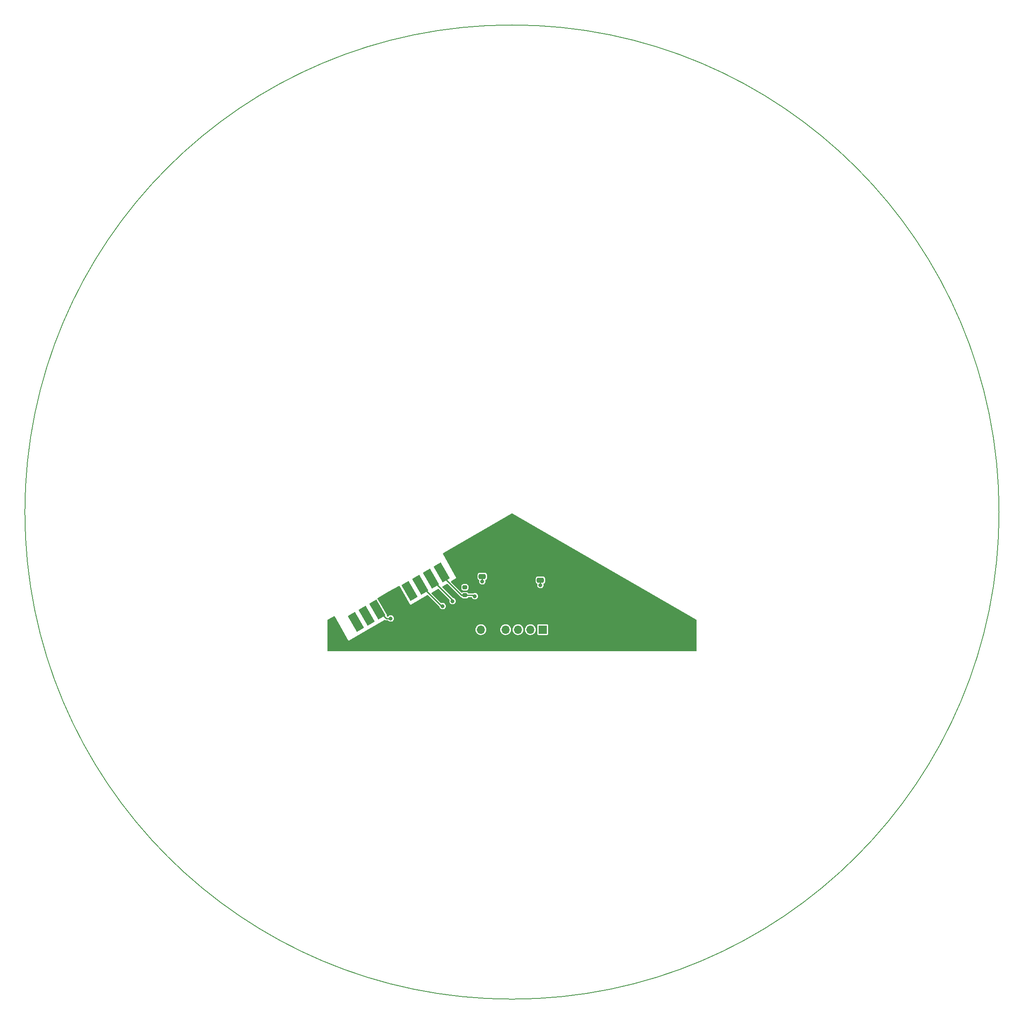
<source format=gbr>
%TF.GenerationSoftware,KiCad,Pcbnew,(6.0.2)*%
%TF.CreationDate,2022-06-07T19:59:30+02:00*%
%TF.ProjectId,cup_connect,6375705f-636f-46e6-9e65-63742e6b6963,rev?*%
%TF.SameCoordinates,Original*%
%TF.FileFunction,Copper,L1,Top*%
%TF.FilePolarity,Positive*%
%FSLAX46Y46*%
G04 Gerber Fmt 4.6, Leading zero omitted, Abs format (unit mm)*
G04 Created by KiCad (PCBNEW (6.0.2)) date 2022-06-07 19:59:30*
%MOMM*%
%LPD*%
G01*
G04 APERTURE LIST*
G04 Aperture macros list*
%AMRoundRect*
0 Rectangle with rounded corners*
0 $1 Rounding radius*
0 $2 $3 $4 $5 $6 $7 $8 $9 X,Y pos of 4 corners*
0 Add a 4 corners polygon primitive as box body*
4,1,4,$2,$3,$4,$5,$6,$7,$8,$9,$2,$3,0*
0 Add four circle primitives for the rounded corners*
1,1,$1+$1,$2,$3*
1,1,$1+$1,$4,$5*
1,1,$1+$1,$6,$7*
1,1,$1+$1,$8,$9*
0 Add four rect primitives between the rounded corners*
20,1,$1+$1,$2,$3,$4,$5,0*
20,1,$1+$1,$4,$5,$6,$7,0*
20,1,$1+$1,$6,$7,$8,$9,0*
20,1,$1+$1,$8,$9,$2,$3,0*%
%AMRotRect*
0 Rectangle, with rotation*
0 The origin of the aperture is its center*
0 $1 length*
0 $2 width*
0 $3 Rotation angle, in degrees counterclockwise*
0 Add horizontal line*
21,1,$1,$2,0,0,$3*%
G04 Aperture macros list end*
%TA.AperFunction,NonConductor*%
%ADD10C,0.200000*%
%TD*%
%TA.AperFunction,SMDPad,CuDef*%
%ADD11RoundRect,0.250000X0.475000X-0.250000X0.475000X0.250000X-0.475000X0.250000X-0.475000X-0.250000X0*%
%TD*%
%TA.AperFunction,ComponentPad*%
%ADD12R,1.700000X1.700000*%
%TD*%
%TA.AperFunction,ComponentPad*%
%ADD13O,1.700000X1.700000*%
%TD*%
%TA.AperFunction,SMDPad,CuDef*%
%ADD14RoundRect,0.200000X0.275000X-0.200000X0.275000X0.200000X-0.275000X0.200000X-0.275000X-0.200000X0*%
%TD*%
%TA.AperFunction,SMDPad,CuDef*%
%ADD15RotRect,3.750000X1.700000X120.000000*%
%TD*%
%TA.AperFunction,ViaPad*%
%ADD16C,0.800000*%
%TD*%
%TA.AperFunction,Conductor*%
%ADD17C,0.250000*%
%TD*%
G04 APERTURE END LIST*
D10*
X100000000Y0D02*
G75*
G03*
X100000000Y0I-100000000J0D01*
G01*
D11*
%TO.P,C2,1*%
%TO.N,+3V3*%
X-6096000Y-13208000D03*
%TO.P,C2,2*%
%TO.N,GND*%
X-6096000Y-11308000D03*
%TD*%
%TO.P,C1,1*%
%TO.N,+5V*%
X5842000Y-13970000D03*
%TO.P,C1,2*%
%TO.N,GND*%
X5842000Y-12070000D03*
%TD*%
D12*
%TO.P,J2,1,Pin_1*%
%TO.N,touch*%
X6325000Y-24130000D03*
D13*
%TO.P,J2,2,Pin_2*%
%TO.N,I2C_SDA*%
X3785000Y-24130000D03*
%TO.P,J2,3,Pin_3*%
%TO.N,I2C_SCL*%
X1245000Y-24130000D03*
%TO.P,J2,4,Pin_4*%
%TO.N,LED_IN*%
X-1295000Y-24130000D03*
%TO.P,J2,5,Pin_5*%
%TO.N,GND*%
X-3835000Y-24130000D03*
%TO.P,J2,6,Pin_6*%
%TO.N,+5V*%
X-6375000Y-24130000D03*
%TD*%
D14*
%TO.P,R1,1*%
%TO.N,touch*%
X-9652000Y-17081000D03*
%TO.P,R1,2*%
%TO.N,+3V3*%
X-9652000Y-15431000D03*
%TD*%
D15*
%TO.P,J1,1,Pin_1*%
%TO.N,+5V*%
X-32029651Y-22543017D03*
%TO.P,J1,2,Pin_2*%
%TO.N,unconnected-(J1-Pad2)*%
X-29805947Y-21314586D03*
%TO.P,J1,3,Pin_3*%
%TO.N,LED_IN*%
X-27606242Y-20044586D03*
%TO.P,J1,4,Pin_4*%
%TO.N,GND*%
X-25406538Y-18774586D03*
%TO.P,J1,5,Pin_5*%
X-23206833Y-17504586D03*
%TO.P,J1,6,Pin_6*%
%TO.N,+3V3*%
X-21007128Y-16234586D03*
%TO.P,J1,7,Pin_7*%
%TO.N,I2C_SCL*%
X-18807424Y-14964586D03*
%TO.P,J1,8,Pin_8*%
%TO.N,I2C_SDA*%
X-16607719Y-13694586D03*
%TO.P,J1,9,Pin_9*%
%TO.N,touch*%
X-14432015Y-12383017D03*
%TD*%
D16*
%TO.N,+3V3*%
X-6096000Y-14224000D03*
%TO.N,+5V*%
X5842000Y-14986000D03*
%TO.N,GND*%
X2032000Y-7112000D03*
X0Y-11176000D03*
X-2032000Y-9144000D03*
X0Y-9144000D03*
X-24688800Y-20015200D03*
X-22504400Y-18745200D03*
X0Y-7112000D03*
X2032000Y-11176000D03*
X-2032000Y-7112000D03*
X2032000Y-9144000D03*
X-2032000Y-11176000D03*
%TO.N,+5V*%
X-31292800Y-23774400D03*
%TO.N,LED_IN*%
X-24892000Y-21844000D03*
%TO.N,touch*%
X-7620000Y-17272000D03*
%TO.N,I2C_SDA*%
X-12192000Y-18288000D03*
%TO.N,I2C_SCL*%
X-14224000Y-19304000D03*
%TD*%
D17*
%TO.N,+3V3*%
X-6096000Y-13208000D02*
X-6096000Y-14224000D01*
%TO.N,+5V*%
X5842000Y-14986000D02*
X5842000Y-13970000D01*
%TO.N,LED_IN*%
X-25806828Y-21844000D02*
X-24892000Y-21844000D01*
X-27606242Y-20044586D02*
X-25806828Y-21844000D01*
%TO.N,touch*%
X-9652000Y-17081000D02*
X-7811000Y-17081000D01*
X-7811000Y-17081000D02*
X-7620000Y-17272000D01*
X-10351000Y-17081000D02*
X-14432015Y-12999985D01*
X-14432015Y-12999985D02*
X-14432015Y-12383017D01*
X-9652000Y-17081000D02*
X-10351000Y-17081000D01*
%TO.N,I2C_SDA*%
X-12192000Y-18110305D02*
X-12192000Y-18288000D01*
X-16607719Y-13694586D02*
X-12192000Y-18110305D01*
%TO.N,I2C_SCL*%
X-14468010Y-19304000D02*
X-14224000Y-19304000D01*
X-18807424Y-14964586D02*
X-14468010Y-19304000D01*
%TD*%
%TA.AperFunction,Conductor*%
%TO.N,GND*%
G36*
X63000Y-329667D02*
G01*
X37856808Y-22149931D01*
X37861782Y-22152803D01*
X37910775Y-22204185D01*
X37924782Y-22261971D01*
X37922348Y-28470049D01*
X37902319Y-28538162D01*
X37848645Y-28584634D01*
X37796348Y-28596000D01*
X14751Y-28596000D01*
X-37796244Y-28595999D01*
X-37864365Y-28575997D01*
X-37910858Y-28522341D01*
X-37922244Y-28469950D01*
X-37921719Y-27131637D01*
X-37919809Y-22258999D01*
X-37899780Y-22190888D01*
X-37856811Y-22149933D01*
X-36979422Y-21643372D01*
X-36979420Y-21643371D01*
X-36566752Y-21405117D01*
X-36497758Y-21388379D01*
X-36430666Y-21411599D01*
X-36394636Y-21451232D01*
X-35273808Y-23392409D01*
X-33528000Y-26416000D01*
X-29494399Y-24100964D01*
X-7483852Y-24100964D01*
X-7470576Y-24303522D01*
X-7469155Y-24309118D01*
X-7469154Y-24309123D01*
X-7448881Y-24388945D01*
X-7420608Y-24500269D01*
X-7418191Y-24505512D01*
X-7380990Y-24586208D01*
X-7335623Y-24684616D01*
X-7332290Y-24689332D01*
X-7236585Y-24824752D01*
X-7218467Y-24850389D01*
X-7073062Y-24992035D01*
X-6904280Y-25104812D01*
X-6898977Y-25107090D01*
X-6898974Y-25107092D01*
X-6767717Y-25163484D01*
X-6717772Y-25184942D01*
X-6644756Y-25201464D01*
X-6525421Y-25228467D01*
X-6525416Y-25228468D01*
X-6519784Y-25229742D01*
X-6514013Y-25229969D01*
X-6514011Y-25229969D01*
X-6454244Y-25232317D01*
X-6316947Y-25237712D01*
X-6209652Y-25222155D01*
X-6121769Y-25209413D01*
X-6121764Y-25209412D01*
X-6116055Y-25208584D01*
X-6110591Y-25206729D01*
X-6110586Y-25206728D01*
X-5929307Y-25145192D01*
X-5929302Y-25145190D01*
X-5923835Y-25143334D01*
X-5878067Y-25117703D01*
X-5849317Y-25101602D01*
X-5746724Y-25044147D01*
X-5707031Y-25011135D01*
X-5595087Y-24918031D01*
X-5590655Y-24914345D01*
X-5460853Y-24758276D01*
X-5361666Y-24581165D01*
X-5359810Y-24575698D01*
X-5359808Y-24575693D01*
X-5298272Y-24394414D01*
X-5298271Y-24394409D01*
X-5296416Y-24388945D01*
X-5295588Y-24383236D01*
X-5295587Y-24383231D01*
X-5267821Y-24191727D01*
X-5267288Y-24188053D01*
X-5265768Y-24130000D01*
X-5268436Y-24100964D01*
X-2403852Y-24100964D01*
X-2390576Y-24303522D01*
X-2389155Y-24309118D01*
X-2389154Y-24309123D01*
X-2368881Y-24388945D01*
X-2340608Y-24500269D01*
X-2338191Y-24505512D01*
X-2300990Y-24586208D01*
X-2255623Y-24684616D01*
X-2252290Y-24689332D01*
X-2156585Y-24824752D01*
X-2138467Y-24850389D01*
X-1993062Y-24992035D01*
X-1824280Y-25104812D01*
X-1818977Y-25107090D01*
X-1818974Y-25107092D01*
X-1687717Y-25163484D01*
X-1637772Y-25184942D01*
X-1564756Y-25201464D01*
X-1445421Y-25228467D01*
X-1445416Y-25228468D01*
X-1439784Y-25229742D01*
X-1434013Y-25229969D01*
X-1434011Y-25229969D01*
X-1374244Y-25232317D01*
X-1236947Y-25237712D01*
X-1129652Y-25222155D01*
X-1041769Y-25209413D01*
X-1041764Y-25209412D01*
X-1036055Y-25208584D01*
X-1030591Y-25206729D01*
X-1030586Y-25206728D01*
X-849307Y-25145192D01*
X-849302Y-25145190D01*
X-843835Y-25143334D01*
X-798067Y-25117703D01*
X-769317Y-25101602D01*
X-666724Y-25044147D01*
X-627031Y-25011135D01*
X-515087Y-24918031D01*
X-510655Y-24914345D01*
X-380853Y-24758276D01*
X-281666Y-24581165D01*
X-279810Y-24575698D01*
X-279808Y-24575693D01*
X-218272Y-24394414D01*
X-218271Y-24394409D01*
X-216416Y-24388945D01*
X-215588Y-24383236D01*
X-215587Y-24383231D01*
X-187821Y-24191727D01*
X-187288Y-24188053D01*
X-185768Y-24130000D01*
X-188436Y-24100964D01*
X136148Y-24100964D01*
X149424Y-24303522D01*
X150845Y-24309118D01*
X150846Y-24309123D01*
X171119Y-24388945D01*
X199392Y-24500269D01*
X201809Y-24505512D01*
X239010Y-24586208D01*
X284377Y-24684616D01*
X287710Y-24689332D01*
X383415Y-24824752D01*
X401533Y-24850389D01*
X546938Y-24992035D01*
X715720Y-25104812D01*
X721023Y-25107090D01*
X721026Y-25107092D01*
X852283Y-25163484D01*
X902228Y-25184942D01*
X975244Y-25201464D01*
X1094579Y-25228467D01*
X1094584Y-25228468D01*
X1100216Y-25229742D01*
X1105987Y-25229969D01*
X1105989Y-25229969D01*
X1165756Y-25232317D01*
X1303053Y-25237712D01*
X1410348Y-25222155D01*
X1498231Y-25209413D01*
X1498236Y-25209412D01*
X1503945Y-25208584D01*
X1509409Y-25206729D01*
X1509414Y-25206728D01*
X1690693Y-25145192D01*
X1690698Y-25145190D01*
X1696165Y-25143334D01*
X1741933Y-25117703D01*
X1770683Y-25101602D01*
X1873276Y-25044147D01*
X1912969Y-25011135D01*
X2024913Y-24918031D01*
X2029345Y-24914345D01*
X2159147Y-24758276D01*
X2258334Y-24581165D01*
X2260190Y-24575698D01*
X2260192Y-24575693D01*
X2321728Y-24394414D01*
X2321729Y-24394409D01*
X2323584Y-24388945D01*
X2324412Y-24383236D01*
X2324413Y-24383231D01*
X2352179Y-24191727D01*
X2352712Y-24188053D01*
X2354232Y-24130000D01*
X2351564Y-24100964D01*
X2676148Y-24100964D01*
X2689424Y-24303522D01*
X2690845Y-24309118D01*
X2690846Y-24309123D01*
X2711119Y-24388945D01*
X2739392Y-24500269D01*
X2741809Y-24505512D01*
X2779010Y-24586208D01*
X2824377Y-24684616D01*
X2827710Y-24689332D01*
X2923415Y-24824752D01*
X2941533Y-24850389D01*
X3086938Y-24992035D01*
X3255720Y-25104812D01*
X3261023Y-25107090D01*
X3261026Y-25107092D01*
X3392283Y-25163484D01*
X3442228Y-25184942D01*
X3515244Y-25201464D01*
X3634579Y-25228467D01*
X3634584Y-25228468D01*
X3640216Y-25229742D01*
X3645987Y-25229969D01*
X3645989Y-25229969D01*
X3705756Y-25232317D01*
X3843053Y-25237712D01*
X3950348Y-25222155D01*
X4038231Y-25209413D01*
X4038236Y-25209412D01*
X4043945Y-25208584D01*
X4049409Y-25206729D01*
X4049414Y-25206728D01*
X4230693Y-25145192D01*
X4230698Y-25145190D01*
X4236165Y-25143334D01*
X4281933Y-25117703D01*
X4310683Y-25101602D01*
X4413276Y-25044147D01*
X4452969Y-25011135D01*
X4564913Y-24918031D01*
X4569345Y-24914345D01*
X4699147Y-24758276D01*
X4798334Y-24581165D01*
X4800190Y-24575698D01*
X4800192Y-24575693D01*
X4861728Y-24394414D01*
X4861729Y-24394409D01*
X4863584Y-24388945D01*
X4864412Y-24383236D01*
X4864413Y-24383231D01*
X4892179Y-24191727D01*
X4892712Y-24188053D01*
X4894232Y-24130000D01*
X4882797Y-24005551D01*
X4876187Y-23933613D01*
X4876186Y-23933610D01*
X4875658Y-23927859D01*
X4874090Y-23922299D01*
X4822125Y-23738046D01*
X4822124Y-23738044D01*
X4820557Y-23732487D01*
X4809978Y-23711033D01*
X4733331Y-23555609D01*
X4730776Y-23550428D01*
X4609320Y-23387779D01*
X4465609Y-23254933D01*
X5220500Y-23254933D01*
X5220501Y-25005066D01*
X5235266Y-25079301D01*
X5242161Y-25089620D01*
X5242162Y-25089622D01*
X5282516Y-25150015D01*
X5291516Y-25163484D01*
X5375699Y-25219734D01*
X5449933Y-25234500D01*
X6324858Y-25234500D01*
X7200066Y-25234499D01*
X7235818Y-25227388D01*
X7262126Y-25222156D01*
X7262128Y-25222155D01*
X7274301Y-25219734D01*
X7284621Y-25212839D01*
X7284622Y-25212838D01*
X7348168Y-25170377D01*
X7358484Y-25163484D01*
X7414734Y-25079301D01*
X7429500Y-25005067D01*
X7429499Y-23254934D01*
X7414734Y-23180699D01*
X7388654Y-23141667D01*
X7365377Y-23106832D01*
X7358484Y-23096516D01*
X7274301Y-23040266D01*
X7200067Y-23025500D01*
X6325142Y-23025500D01*
X5449934Y-23025501D01*
X5414182Y-23032612D01*
X5387874Y-23037844D01*
X5387872Y-23037845D01*
X5375699Y-23040266D01*
X5365379Y-23047161D01*
X5365378Y-23047162D01*
X5304985Y-23087516D01*
X5291516Y-23096516D01*
X5235266Y-23180699D01*
X5220500Y-23254933D01*
X4465609Y-23254933D01*
X4460258Y-23249987D01*
X4455375Y-23246906D01*
X4455371Y-23246903D01*
X4293464Y-23144748D01*
X4288581Y-23141667D01*
X4100039Y-23066446D01*
X4094379Y-23065320D01*
X4094375Y-23065319D01*
X3906613Y-23027971D01*
X3906610Y-23027971D01*
X3900946Y-23026844D01*
X3895171Y-23026768D01*
X3895167Y-23026768D01*
X3793793Y-23025441D01*
X3697971Y-23024187D01*
X3692274Y-23025166D01*
X3692273Y-23025166D01*
X3604397Y-23040266D01*
X3497910Y-23058564D01*
X3307463Y-23128824D01*
X3133010Y-23232612D01*
X3128670Y-23236418D01*
X3128666Y-23236421D01*
X2984733Y-23362648D01*
X2980392Y-23366455D01*
X2854720Y-23525869D01*
X2852031Y-23530980D01*
X2852029Y-23530983D01*
X2804853Y-23620650D01*
X2760203Y-23705515D01*
X2700007Y-23899378D01*
X2676148Y-24100964D01*
X2351564Y-24100964D01*
X2342797Y-24005551D01*
X2336187Y-23933613D01*
X2336186Y-23933610D01*
X2335658Y-23927859D01*
X2334090Y-23922299D01*
X2282125Y-23738046D01*
X2282124Y-23738044D01*
X2280557Y-23732487D01*
X2269978Y-23711033D01*
X2193331Y-23555609D01*
X2190776Y-23550428D01*
X2069320Y-23387779D01*
X1920258Y-23249987D01*
X1915375Y-23246906D01*
X1915371Y-23246903D01*
X1753464Y-23144748D01*
X1748581Y-23141667D01*
X1560039Y-23066446D01*
X1554379Y-23065320D01*
X1554375Y-23065319D01*
X1366613Y-23027971D01*
X1366610Y-23027971D01*
X1360946Y-23026844D01*
X1355171Y-23026768D01*
X1355167Y-23026768D01*
X1253793Y-23025441D01*
X1157971Y-23024187D01*
X1152274Y-23025166D01*
X1152273Y-23025166D01*
X1064397Y-23040266D01*
X957910Y-23058564D01*
X767463Y-23128824D01*
X593010Y-23232612D01*
X588670Y-23236418D01*
X588666Y-23236421D01*
X444733Y-23362648D01*
X440392Y-23366455D01*
X314720Y-23525869D01*
X312031Y-23530980D01*
X312029Y-23530983D01*
X264853Y-23620650D01*
X220203Y-23705515D01*
X160007Y-23899378D01*
X136148Y-24100964D01*
X-188436Y-24100964D01*
X-197203Y-24005551D01*
X-203813Y-23933613D01*
X-203814Y-23933610D01*
X-204342Y-23927859D01*
X-205910Y-23922299D01*
X-257875Y-23738046D01*
X-257876Y-23738044D01*
X-259443Y-23732487D01*
X-270022Y-23711033D01*
X-346669Y-23555609D01*
X-349224Y-23550428D01*
X-470680Y-23387779D01*
X-619742Y-23249987D01*
X-624625Y-23246906D01*
X-624629Y-23246903D01*
X-786536Y-23144748D01*
X-791419Y-23141667D01*
X-979961Y-23066446D01*
X-985621Y-23065320D01*
X-985625Y-23065319D01*
X-1173387Y-23027971D01*
X-1173390Y-23027971D01*
X-1179054Y-23026844D01*
X-1184829Y-23026768D01*
X-1184833Y-23026768D01*
X-1286207Y-23025441D01*
X-1382029Y-23024187D01*
X-1387726Y-23025166D01*
X-1387727Y-23025166D01*
X-1475603Y-23040266D01*
X-1582090Y-23058564D01*
X-1772537Y-23128824D01*
X-1946990Y-23232612D01*
X-1951330Y-23236418D01*
X-1951334Y-23236421D01*
X-2095267Y-23362648D01*
X-2099608Y-23366455D01*
X-2225280Y-23525869D01*
X-2227969Y-23530980D01*
X-2227971Y-23530983D01*
X-2275147Y-23620650D01*
X-2319797Y-23705515D01*
X-2379993Y-23899378D01*
X-2403852Y-24100964D01*
X-5268436Y-24100964D01*
X-5277203Y-24005551D01*
X-5283813Y-23933613D01*
X-5283814Y-23933610D01*
X-5284342Y-23927859D01*
X-5285910Y-23922299D01*
X-5337875Y-23738046D01*
X-5337876Y-23738044D01*
X-5339443Y-23732487D01*
X-5350022Y-23711033D01*
X-5426669Y-23555609D01*
X-5429224Y-23550428D01*
X-5550680Y-23387779D01*
X-5699742Y-23249987D01*
X-5704625Y-23246906D01*
X-5704629Y-23246903D01*
X-5866536Y-23144748D01*
X-5871419Y-23141667D01*
X-6059961Y-23066446D01*
X-6065621Y-23065320D01*
X-6065625Y-23065319D01*
X-6253387Y-23027971D01*
X-6253390Y-23027971D01*
X-6259054Y-23026844D01*
X-6264829Y-23026768D01*
X-6264833Y-23026768D01*
X-6366207Y-23025441D01*
X-6462029Y-23024187D01*
X-6467726Y-23025166D01*
X-6467727Y-23025166D01*
X-6555603Y-23040266D01*
X-6662090Y-23058564D01*
X-6852537Y-23128824D01*
X-7026990Y-23232612D01*
X-7031330Y-23236418D01*
X-7031334Y-23236421D01*
X-7175267Y-23362648D01*
X-7179608Y-23366455D01*
X-7305280Y-23525869D01*
X-7307969Y-23530980D01*
X-7307971Y-23530983D01*
X-7355147Y-23620650D01*
X-7399797Y-23705515D01*
X-7459993Y-23899378D01*
X-7483852Y-24100964D01*
X-29494399Y-24100964D01*
X-26132150Y-22171242D01*
X-26063112Y-22154680D01*
X-26008731Y-22170106D01*
X-26000362Y-22174707D01*
X-25992181Y-22181156D01*
X-25983547Y-22184188D01*
X-25976094Y-22189514D01*
X-25926978Y-22204203D01*
X-25921336Y-22206036D01*
X-25880461Y-22220390D01*
X-25872977Y-22223018D01*
X-25867412Y-22223500D01*
X-25864704Y-22223500D01*
X-25862070Y-22223614D01*
X-25861972Y-22223643D01*
X-25861979Y-22223807D01*
X-25861275Y-22223851D01*
X-25855050Y-22225713D01*
X-25801193Y-22223597D01*
X-25796246Y-22223500D01*
X-25491859Y-22223500D01*
X-25423738Y-22243502D01*
X-25396478Y-22267169D01*
X-25395328Y-22268501D01*
X-25391092Y-22274805D01*
X-25273924Y-22381419D01*
X-25134707Y-22457008D01*
X-24981478Y-22497207D01*
X-24897523Y-22498526D01*
X-24830681Y-22499576D01*
X-24830678Y-22499576D01*
X-24823084Y-22499695D01*
X-24668668Y-22464329D01*
X-24598258Y-22428917D01*
X-24533928Y-22396563D01*
X-24533925Y-22396561D01*
X-24527145Y-22393151D01*
X-24521374Y-22388222D01*
X-24521371Y-22388220D01*
X-24412464Y-22295204D01*
X-24412464Y-22295203D01*
X-24406686Y-22290269D01*
X-24314245Y-22161624D01*
X-24255158Y-22014641D01*
X-24232838Y-21857807D01*
X-24232693Y-21844000D01*
X-24251724Y-21686733D01*
X-24307720Y-21538546D01*
X-24358610Y-21464500D01*
X-24393145Y-21414251D01*
X-24393146Y-21414249D01*
X-24397447Y-21407992D01*
X-24406788Y-21399669D01*
X-24471014Y-21342447D01*
X-24515725Y-21302611D01*
X-24523111Y-21298700D01*
X-24649012Y-21232039D01*
X-24649011Y-21232039D01*
X-24655726Y-21228484D01*
X-24809367Y-21189892D01*
X-24816966Y-21189852D01*
X-24816967Y-21189852D01*
X-24882819Y-21189507D01*
X-24967779Y-21189062D01*
X-24975159Y-21190834D01*
X-24975161Y-21190834D01*
X-25114437Y-21224271D01*
X-25114440Y-21224272D01*
X-25121816Y-21226043D01*
X-25262586Y-21298700D01*
X-25381961Y-21402838D01*
X-25386328Y-21409051D01*
X-25386333Y-21409057D01*
X-25387664Y-21410951D01*
X-25388987Y-21412005D01*
X-25391411Y-21414697D01*
X-25391860Y-21414293D01*
X-25443198Y-21455183D01*
X-25490750Y-21464500D01*
X-25537873Y-21464500D01*
X-25605994Y-21444498D01*
X-25648029Y-21399669D01*
X-25654298Y-21388379D01*
X-25665619Y-21367990D01*
X-25681193Y-21298580D01*
X-25680972Y-21295219D01*
X-25675354Y-21209514D01*
X-25679343Y-21197764D01*
X-25679343Y-21197761D01*
X-25697693Y-21143703D01*
X-25697695Y-21143699D01*
X-25699683Y-21137842D01*
X-27250867Y-18451115D01*
X-27596655Y-17852193D01*
X-27596656Y-17852191D01*
X-27599751Y-17846831D01*
X-27603830Y-17842179D01*
X-27607439Y-17837143D01*
X-27605356Y-17835650D01*
X-27630529Y-17781438D01*
X-27620871Y-17711101D01*
X-27568928Y-17653598D01*
X-25245199Y-16311992D01*
X-23258354Y-15164886D01*
X-23189361Y-15148149D01*
X-23122269Y-15171369D01*
X-23086753Y-15210120D01*
X-20828000Y-19050000D01*
X-17385828Y-17055226D01*
X-17316859Y-17038376D01*
X-17249730Y-17061488D01*
X-17233556Y-17075148D01*
X-14892332Y-19416372D01*
X-14863101Y-19462166D01*
X-14811447Y-19603319D01*
X-14723092Y-19734805D01*
X-14717473Y-19739918D01*
X-14717472Y-19739919D01*
X-14706097Y-19750269D01*
X-14605924Y-19841419D01*
X-14466707Y-19917008D01*
X-14313478Y-19957207D01*
X-14229523Y-19958526D01*
X-14162681Y-19959576D01*
X-14162678Y-19959576D01*
X-14155084Y-19959695D01*
X-14000668Y-19924329D01*
X-13930258Y-19888917D01*
X-13865928Y-19856563D01*
X-13865925Y-19856561D01*
X-13859145Y-19853151D01*
X-13853374Y-19848222D01*
X-13853371Y-19848220D01*
X-13744464Y-19755204D01*
X-13744464Y-19755203D01*
X-13738686Y-19750269D01*
X-13646245Y-19621624D01*
X-13587158Y-19474641D01*
X-13564838Y-19317807D01*
X-13564693Y-19304000D01*
X-13583724Y-19146733D01*
X-13639720Y-18998546D01*
X-13646252Y-18989042D01*
X-13725145Y-18874251D01*
X-13725146Y-18874249D01*
X-13729447Y-18867992D01*
X-13847725Y-18762611D01*
X-13987726Y-18688484D01*
X-14141367Y-18649892D01*
X-14148966Y-18649852D01*
X-14148967Y-18649852D01*
X-14214819Y-18649507D01*
X-14299779Y-18649062D01*
X-14307159Y-18650834D01*
X-14307161Y-18650834D01*
X-14446432Y-18684270D01*
X-14446434Y-18684271D01*
X-14453816Y-18686043D01*
X-14454081Y-18684941D01*
X-14517684Y-18689432D01*
X-14579885Y-18655431D01*
X-16506549Y-16728767D01*
X-16540575Y-16666455D01*
X-16535510Y-16595640D01*
X-16492963Y-16538804D01*
X-16480630Y-16530655D01*
X-15189130Y-15782218D01*
X-15120162Y-15765368D01*
X-15053033Y-15788480D01*
X-15036859Y-15802140D01*
X-12856349Y-17982650D01*
X-12822323Y-18044962D01*
X-12827397Y-18109228D01*
X-12825945Y-18109601D01*
X-12827834Y-18116958D01*
X-12830594Y-18124037D01*
X-12851271Y-18281096D01*
X-12833887Y-18438553D01*
X-12831277Y-18445684D01*
X-12831277Y-18445686D01*
X-12796525Y-18540650D01*
X-12779447Y-18587319D01*
X-12775211Y-18593622D01*
X-12775211Y-18593623D01*
X-12714190Y-18684431D01*
X-12691092Y-18718805D01*
X-12685473Y-18723918D01*
X-12685472Y-18723919D01*
X-12616795Y-18786410D01*
X-12573924Y-18825419D01*
X-12434707Y-18901008D01*
X-12281478Y-18941207D01*
X-12197523Y-18942526D01*
X-12130681Y-18943576D01*
X-12130678Y-18943576D01*
X-12123084Y-18943695D01*
X-11968668Y-18908329D01*
X-11878423Y-18862941D01*
X-11833928Y-18840563D01*
X-11833925Y-18840561D01*
X-11827145Y-18837151D01*
X-11821374Y-18832222D01*
X-11821371Y-18832220D01*
X-11712464Y-18739204D01*
X-11712464Y-18739203D01*
X-11706686Y-18734269D01*
X-11614245Y-18605624D01*
X-11555158Y-18458641D01*
X-11532838Y-18301807D01*
X-11532693Y-18288000D01*
X-11551724Y-18130733D01*
X-11607720Y-17982546D01*
X-11645500Y-17927576D01*
X-11693145Y-17858251D01*
X-11693146Y-17858249D01*
X-11697447Y-17851992D01*
X-11703239Y-17846831D01*
X-11810054Y-17751664D01*
X-11815725Y-17746611D01*
X-11955726Y-17672484D01*
X-11963089Y-17670635D01*
X-11963093Y-17670633D01*
X-12105442Y-17634878D01*
X-12163842Y-17601769D01*
X-14309852Y-15455759D01*
X-14343878Y-15393447D01*
X-14338813Y-15322632D01*
X-14296266Y-15265796D01*
X-14283934Y-15257647D01*
X-13371919Y-14729125D01*
X-13302950Y-14712275D01*
X-13235821Y-14735387D01*
X-13219647Y-14749047D01*
X-10657478Y-17311216D01*
X-10642336Y-17329964D01*
X-10641221Y-17331189D01*
X-10635571Y-17339940D01*
X-10627393Y-17346387D01*
X-10627391Y-17346389D01*
X-10609200Y-17360729D01*
X-10604759Y-17364675D01*
X-10604697Y-17364602D01*
X-10600733Y-17367961D01*
X-10597056Y-17371638D01*
X-10581308Y-17382892D01*
X-10576638Y-17386398D01*
X-10536353Y-17418156D01*
X-10527719Y-17421188D01*
X-10520266Y-17426514D01*
X-10471150Y-17441203D01*
X-10465508Y-17443036D01*
X-10424633Y-17457390D01*
X-10417149Y-17460018D01*
X-10411584Y-17460500D01*
X-10410188Y-17460500D01*
X-10401503Y-17462370D01*
X-10401974Y-17464558D01*
X-10346456Y-17486223D01*
X-10322126Y-17511082D01*
X-10298402Y-17543201D01*
X-10252010Y-17606010D01*
X-10142076Y-17687209D01*
X-10013127Y-17732493D01*
X-10005485Y-17733215D01*
X-10005482Y-17733216D01*
X-9990579Y-17734624D01*
X-9981315Y-17735500D01*
X-9652223Y-17735500D01*
X-9322686Y-17735499D01*
X-9319738Y-17735220D01*
X-9319729Y-17735220D01*
X-9298522Y-17733216D01*
X-9298520Y-17733216D01*
X-9290873Y-17732493D01*
X-9161924Y-17687209D01*
X-9051990Y-17606010D01*
X-9046398Y-17598439D01*
X-9046395Y-17598436D01*
X-8982287Y-17511641D01*
X-8925726Y-17468730D01*
X-8880936Y-17460500D01*
X-8336063Y-17460500D01*
X-8267942Y-17480502D01*
X-8221449Y-17534158D01*
X-8217737Y-17543201D01*
X-8210060Y-17564181D01*
X-8210057Y-17564187D01*
X-8207447Y-17571319D01*
X-8203211Y-17577622D01*
X-8203211Y-17577623D01*
X-8133332Y-17681613D01*
X-8119092Y-17702805D01*
X-8113473Y-17707918D01*
X-8113472Y-17707919D01*
X-8043003Y-17772040D01*
X-8001924Y-17809419D01*
X-7862707Y-17885008D01*
X-7709478Y-17925207D01*
X-7625523Y-17926526D01*
X-7558681Y-17927576D01*
X-7558678Y-17927576D01*
X-7551084Y-17927695D01*
X-7396668Y-17892329D01*
X-7306204Y-17846831D01*
X-7261928Y-17824563D01*
X-7261925Y-17824561D01*
X-7255145Y-17821151D01*
X-7249374Y-17816222D01*
X-7249371Y-17816220D01*
X-7140464Y-17723204D01*
X-7140464Y-17723203D01*
X-7134686Y-17718269D01*
X-7042245Y-17589624D01*
X-6983158Y-17442641D01*
X-6960838Y-17285807D01*
X-6960693Y-17272000D01*
X-6979724Y-17114733D01*
X-7035720Y-16966546D01*
X-7125447Y-16835992D01*
X-7243725Y-16730611D01*
X-7383726Y-16656484D01*
X-7537367Y-16617892D01*
X-7544966Y-16617852D01*
X-7544967Y-16617852D01*
X-7610819Y-16617507D01*
X-7695779Y-16617062D01*
X-7703159Y-16618834D01*
X-7703161Y-16618834D01*
X-7842437Y-16652271D01*
X-7842440Y-16652272D01*
X-7849816Y-16654043D01*
X-7856561Y-16657524D01*
X-7856560Y-16657524D01*
X-7914572Y-16687466D01*
X-7972362Y-16701500D01*
X-8880936Y-16701500D01*
X-8949057Y-16681498D01*
X-8982287Y-16650359D01*
X-9046395Y-16563564D01*
X-9046398Y-16563561D01*
X-9051990Y-16555990D01*
X-9161924Y-16474791D01*
X-9290873Y-16429507D01*
X-9298515Y-16428785D01*
X-9298518Y-16428784D01*
X-9313421Y-16427376D01*
X-9322685Y-16426500D01*
X-9651777Y-16426500D01*
X-9981314Y-16426501D01*
X-9984262Y-16426780D01*
X-9984271Y-16426780D01*
X-10005478Y-16428784D01*
X-10005480Y-16428784D01*
X-10013127Y-16429507D01*
X-10142076Y-16474791D01*
X-10149652Y-16480387D01*
X-10214973Y-16528634D01*
X-10281652Y-16553017D01*
X-10350927Y-16537480D01*
X-10378928Y-16516378D01*
X-11718621Y-15176685D01*
X-10381500Y-15176685D01*
X-10381499Y-15685314D01*
X-10378493Y-15717127D01*
X-10333209Y-15846076D01*
X-10252010Y-15956010D01*
X-10142076Y-16037209D01*
X-10013127Y-16082493D01*
X-10005485Y-16083215D01*
X-10005482Y-16083216D01*
X-9990579Y-16084624D01*
X-9981315Y-16085500D01*
X-9652223Y-16085500D01*
X-9322686Y-16085499D01*
X-9319738Y-16085220D01*
X-9319729Y-16085220D01*
X-9298522Y-16083216D01*
X-9298520Y-16083216D01*
X-9290873Y-16082493D01*
X-9161924Y-16037209D01*
X-9051990Y-15956010D01*
X-8970791Y-15846076D01*
X-8925507Y-15717127D01*
X-8922500Y-15685315D01*
X-8922501Y-15176686D01*
X-8923728Y-15163695D01*
X-8924784Y-15152522D01*
X-8924785Y-15152518D01*
X-8925507Y-15144873D01*
X-8970791Y-15015924D01*
X-9051990Y-14905990D01*
X-9161924Y-14824791D01*
X-9290873Y-14779507D01*
X-9298515Y-14778785D01*
X-9298518Y-14778784D01*
X-9313421Y-14777376D01*
X-9322685Y-14776500D01*
X-9651777Y-14776500D01*
X-9981314Y-14776501D01*
X-9984262Y-14776780D01*
X-9984271Y-14776780D01*
X-10005478Y-14778784D01*
X-10005480Y-14778784D01*
X-10013127Y-14779507D01*
X-10142076Y-14824791D01*
X-10252010Y-14905990D01*
X-10333209Y-15015924D01*
X-10378493Y-15144873D01*
X-10379215Y-15152515D01*
X-10379216Y-15152518D01*
X-10380272Y-15163695D01*
X-10381500Y-15176685D01*
X-11718621Y-15176685D01*
X-12492640Y-14402666D01*
X-12526666Y-14340354D01*
X-12521601Y-14269539D01*
X-12479054Y-14212703D01*
X-12466722Y-14204554D01*
X-11445673Y-13612846D01*
X-11445672Y-13612845D01*
X-11430000Y-13603763D01*
X-11436110Y-13592579D01*
X-11436111Y-13592577D01*
X-11483547Y-13505756D01*
X-7075500Y-13505756D01*
X-7068798Y-13567448D01*
X-7066026Y-13574841D01*
X-7066026Y-13574843D01*
X-7055184Y-13603763D01*
X-7018071Y-13702764D01*
X-7012691Y-13709943D01*
X-7012689Y-13709946D01*
X-6952928Y-13789684D01*
X-6931404Y-13818404D01*
X-6924224Y-13823785D01*
X-6822946Y-13899689D01*
X-6822943Y-13899691D01*
X-6815764Y-13905071D01*
X-6807361Y-13908221D01*
X-6799485Y-13912533D01*
X-6800569Y-13914513D01*
X-6753757Y-13949674D01*
X-6729055Y-14016235D01*
X-6732569Y-14054842D01*
X-6734594Y-14060037D01*
X-6755271Y-14217096D01*
X-6750055Y-14264339D01*
X-6739031Y-14364189D01*
X-6737887Y-14374553D01*
X-6735277Y-14381684D01*
X-6735277Y-14381686D01*
X-6707950Y-14456360D01*
X-6683447Y-14523319D01*
X-6679211Y-14529622D01*
X-6679211Y-14529623D01*
X-6645087Y-14580404D01*
X-6595092Y-14654805D01*
X-6589473Y-14659918D01*
X-6589472Y-14659919D01*
X-6513415Y-14729125D01*
X-6477924Y-14761419D01*
X-6338707Y-14837008D01*
X-6185478Y-14877207D01*
X-6101523Y-14878526D01*
X-6034681Y-14879576D01*
X-6034678Y-14879576D01*
X-6027084Y-14879695D01*
X-5872668Y-14844329D01*
X-5802258Y-14808917D01*
X-5737928Y-14776563D01*
X-5737925Y-14776561D01*
X-5731145Y-14773151D01*
X-5725374Y-14768222D01*
X-5725371Y-14768220D01*
X-5616464Y-14675204D01*
X-5616464Y-14675203D01*
X-5610686Y-14670269D01*
X-5518245Y-14541624D01*
X-5459158Y-14394641D01*
X-5441100Y-14267756D01*
X4862500Y-14267756D01*
X4869202Y-14329448D01*
X4871974Y-14336841D01*
X4871974Y-14336843D01*
X4886111Y-14374553D01*
X4919929Y-14464764D01*
X4925309Y-14471943D01*
X4925311Y-14471946D01*
X4963813Y-14523319D01*
X5006596Y-14580404D01*
X5013776Y-14585785D01*
X5115054Y-14661689D01*
X5115057Y-14661691D01*
X5122236Y-14667071D01*
X5130639Y-14670221D01*
X5138515Y-14674533D01*
X5137431Y-14676513D01*
X5184243Y-14711674D01*
X5208945Y-14778235D01*
X5205431Y-14816842D01*
X5203406Y-14822037D01*
X5200921Y-14840916D01*
X5185172Y-14960543D01*
X5182729Y-14979096D01*
X5200113Y-15136553D01*
X5202723Y-15143684D01*
X5202723Y-15143686D01*
X5247409Y-15265796D01*
X5254553Y-15285319D01*
X5342908Y-15416805D01*
X5348527Y-15421918D01*
X5348528Y-15421919D01*
X5359903Y-15432269D01*
X5460076Y-15523419D01*
X5599293Y-15599008D01*
X5752522Y-15639207D01*
X5836477Y-15640526D01*
X5903319Y-15641576D01*
X5903322Y-15641576D01*
X5910916Y-15641695D01*
X6065332Y-15606329D01*
X6135742Y-15570917D01*
X6200072Y-15538563D01*
X6200075Y-15538561D01*
X6206855Y-15535151D01*
X6212626Y-15530222D01*
X6212629Y-15530220D01*
X6321536Y-15437204D01*
X6321536Y-15437203D01*
X6327314Y-15432269D01*
X6419755Y-15303624D01*
X6478842Y-15156641D01*
X6491221Y-15069658D01*
X6500581Y-15003891D01*
X6500581Y-15003888D01*
X6501162Y-14999807D01*
X6501307Y-14986000D01*
X6499560Y-14971565D01*
X6483189Y-14836275D01*
X6483188Y-14836272D01*
X6482276Y-14828733D01*
X6479591Y-14821628D01*
X6478465Y-14817043D01*
X6481641Y-14746117D01*
X6522658Y-14688168D01*
X6545798Y-14675105D01*
X6545485Y-14674533D01*
X6553361Y-14670221D01*
X6561764Y-14667071D01*
X6568943Y-14661691D01*
X6568946Y-14661689D01*
X6670224Y-14585785D01*
X6677404Y-14580404D01*
X6720187Y-14523319D01*
X6758689Y-14471946D01*
X6758691Y-14471943D01*
X6764071Y-14464764D01*
X6797889Y-14374553D01*
X6812026Y-14336843D01*
X6812026Y-14336841D01*
X6814798Y-14329448D01*
X6821500Y-14267756D01*
X6821500Y-13672244D01*
X6814798Y-13610552D01*
X6801412Y-13574843D01*
X6791328Y-13547945D01*
X6764071Y-13475236D01*
X6758691Y-13468057D01*
X6758689Y-13468054D01*
X6682785Y-13366776D01*
X6677404Y-13359596D01*
X6656977Y-13344287D01*
X6568946Y-13278311D01*
X6568943Y-13278309D01*
X6561764Y-13272929D01*
X6472046Y-13239296D01*
X6433843Y-13224974D01*
X6433841Y-13224974D01*
X6426448Y-13222202D01*
X6418598Y-13221349D01*
X6418597Y-13221349D01*
X6368153Y-13215869D01*
X6368152Y-13215869D01*
X6364756Y-13215500D01*
X5319244Y-13215500D01*
X5315848Y-13215869D01*
X5315847Y-13215869D01*
X5265403Y-13221349D01*
X5265402Y-13221349D01*
X5257552Y-13222202D01*
X5250159Y-13224974D01*
X5250157Y-13224974D01*
X5211954Y-13239296D01*
X5122236Y-13272929D01*
X5115057Y-13278309D01*
X5115054Y-13278311D01*
X5027023Y-13344287D01*
X5006596Y-13359596D01*
X5001215Y-13366776D01*
X4925311Y-13468054D01*
X4925309Y-13468057D01*
X4919929Y-13475236D01*
X4892672Y-13547945D01*
X4882589Y-13574843D01*
X4869202Y-13610552D01*
X4862500Y-13672244D01*
X4862500Y-14267756D01*
X-5441100Y-14267756D01*
X-5436838Y-14237807D01*
X-5436693Y-14224000D01*
X-5455724Y-14066733D01*
X-5458409Y-14059628D01*
X-5459535Y-14055043D01*
X-5456359Y-13984117D01*
X-5415342Y-13926168D01*
X-5392202Y-13913105D01*
X-5392515Y-13912533D01*
X-5384639Y-13908221D01*
X-5376236Y-13905071D01*
X-5369057Y-13899691D01*
X-5369054Y-13899689D01*
X-5267776Y-13823785D01*
X-5260596Y-13818404D01*
X-5239072Y-13789684D01*
X-5179311Y-13709946D01*
X-5179309Y-13709943D01*
X-5173929Y-13702764D01*
X-5136816Y-13603763D01*
X-5125974Y-13574843D01*
X-5125974Y-13574841D01*
X-5123202Y-13567448D01*
X-5116500Y-13505756D01*
X-5116500Y-12910244D01*
X-5123202Y-12848552D01*
X-5173929Y-12713236D01*
X-5179309Y-12706057D01*
X-5179311Y-12706054D01*
X-5255215Y-12604776D01*
X-5260596Y-12597596D01*
X-5281023Y-12582287D01*
X-5369054Y-12516311D01*
X-5369057Y-12516309D01*
X-5376236Y-12510929D01*
X-5465954Y-12477296D01*
X-5504157Y-12462974D01*
X-5504159Y-12462974D01*
X-5511552Y-12460202D01*
X-5519402Y-12459349D01*
X-5519403Y-12459349D01*
X-5569847Y-12453869D01*
X-5569848Y-12453869D01*
X-5573244Y-12453500D01*
X-6618756Y-12453500D01*
X-6622152Y-12453869D01*
X-6622153Y-12453869D01*
X-6672597Y-12459349D01*
X-6672598Y-12459349D01*
X-6680448Y-12460202D01*
X-6687841Y-12462974D01*
X-6687843Y-12462974D01*
X-6726046Y-12477296D01*
X-6815764Y-12510929D01*
X-6822943Y-12516309D01*
X-6822946Y-12516311D01*
X-6910977Y-12582287D01*
X-6931404Y-12597596D01*
X-6936785Y-12604776D01*
X-7012689Y-12706054D01*
X-7012691Y-12706057D01*
X-7018071Y-12713236D01*
X-7068798Y-12848552D01*
X-7075500Y-12910244D01*
X-7075500Y-13505756D01*
X-11483547Y-13505756D01*
X-14158511Y-8609780D01*
X-14173619Y-8540410D01*
X-14148825Y-8473884D01*
X-14110938Y-8440249D01*
X-63000Y-329667D01*
X5995Y-312929D01*
X63000Y-329667D01*
G37*
%TD.AperFunction*%
%TD*%
M02*

</source>
